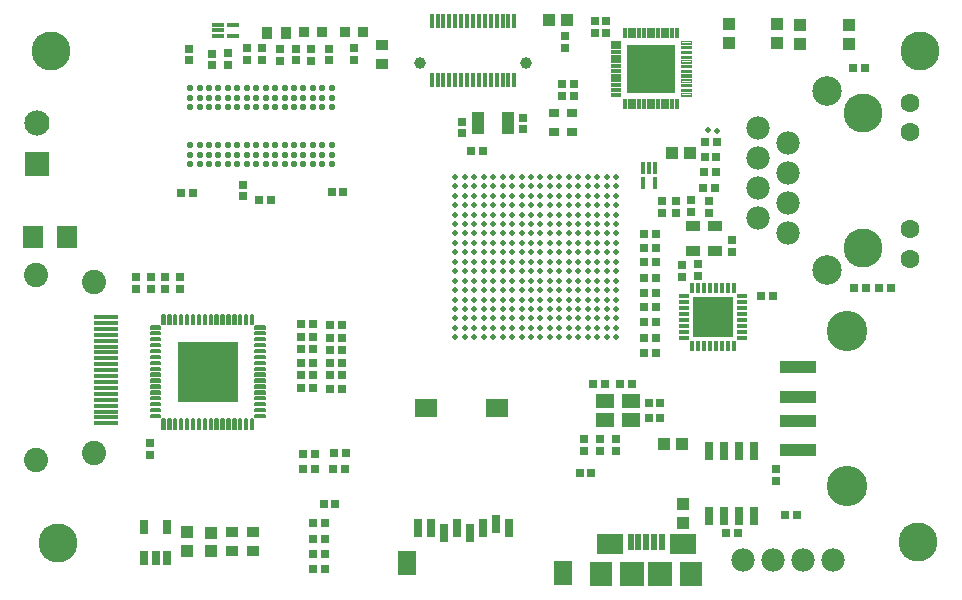
<source format=gbr>
G04 EAGLE Gerber RS-274X export*
G75*
%MOMM*%
%FSLAX34Y34*%
%LPD*%
%INSoldermask Top*%
%IPPOS*%
%AMOC8*
5,1,8,0,0,1.08239X$1,22.5*%
G01*
G04 Define Apertures*
%ADD10R,0.951600X0.301600*%
%ADD11R,0.301600X0.951600*%
%ADD12C,0.102544*%
%ADD13R,4.151600X4.151600*%
%ADD14C,0.501600*%
%ADD15C,0.166334*%
%ADD16R,5.201600X5.201600*%
%ADD17C,3.429000*%
%ADD18R,3.101600X1.001600*%
%ADD19R,0.355600X0.914400*%
%ADD20R,0.914400X0.355600*%
%ADD21R,3.505200X3.505200*%
%ADD22R,0.730700X0.661600*%
%ADD23R,0.661600X0.730700*%
%ADD24C,0.558800*%
%ADD25R,1.501600X2.001600*%
%ADD26R,1.901600X1.501600*%
%ADD27R,0.801600X1.601600*%
%ADD28C,1.981200*%
%ADD29R,1.001600X1.101600*%
%ADD30C,2.501600*%
%ADD31C,1.601600*%
%ADD32C,3.301600*%
%ADD33R,0.351600X1.251600*%
%ADD34C,1.001600*%
%ADD35R,0.636700X0.745600*%
%ADD36R,1.501600X1.301600*%
%ADD37R,1.001600X1.071800*%
%ADD38R,1.034200X1.071800*%
%ADD39R,1.701600X1.904600*%
%ADD40R,0.745600X0.636700*%
%ADD41R,0.660400X1.562100*%
%ADD42R,2.133600X2.133600*%
%ADD43C,2.133600*%
%ADD44R,2.001600X0.401600*%
%ADD45C,2.051600*%
%ADD46R,1.022500X1.071800*%
%ADD47R,0.901600X0.901600*%
%ADD48R,1.075500X0.900300*%
%ADD49R,0.939800X0.762000*%
%ADD50R,0.651600X1.301600*%
%ADD51R,1.071800X1.022500*%
%ADD52R,1.306400X0.850800*%
%ADD53R,0.900300X1.075500*%
%ADD54R,1.016000X0.406400*%
%ADD55R,0.406400X1.016000*%
%ADD56R,1.901600X2.001600*%
%ADD57R,2.001600X2.001600*%
%ADD58R,2.201600X1.701600*%
%ADD59R,0.501600X1.451600*%
%ADD60R,1.101600X1.901600*%
%ADD61C,0.508000*%
D10*
X516096Y464214D03*
X516096Y460214D03*
X516096Y456214D03*
X516096Y452214D03*
X516096Y448214D03*
X516096Y444214D03*
X516096Y440214D03*
X516096Y436214D03*
X516096Y432214D03*
X516096Y428214D03*
X516096Y424214D03*
X516096Y420214D03*
D11*
X523846Y412464D03*
X527846Y412464D03*
X531846Y412464D03*
X535846Y412464D03*
X539846Y412464D03*
X543846Y412464D03*
X547846Y412464D03*
X551846Y412464D03*
X555846Y412464D03*
X559846Y412464D03*
X563846Y412464D03*
X567846Y412464D03*
D12*
X571350Y419218D02*
X571350Y421210D01*
X579842Y421210D01*
X579842Y419218D01*
X571350Y419218D01*
X571350Y420192D02*
X579842Y420192D01*
X579842Y421166D02*
X571350Y421166D01*
X571350Y423218D02*
X571350Y425210D01*
X579842Y425210D01*
X579842Y423218D01*
X571350Y423218D01*
X571350Y424192D02*
X579842Y424192D01*
X579842Y425166D02*
X571350Y425166D01*
X571350Y427218D02*
X571350Y429210D01*
X579842Y429210D01*
X579842Y427218D01*
X571350Y427218D01*
X571350Y428192D02*
X579842Y428192D01*
X579842Y429166D02*
X571350Y429166D01*
X571350Y431218D02*
X571350Y433210D01*
X579842Y433210D01*
X579842Y431218D01*
X571350Y431218D01*
X571350Y432192D02*
X579842Y432192D01*
X579842Y433166D02*
X571350Y433166D01*
X571350Y435218D02*
X571350Y437210D01*
X579842Y437210D01*
X579842Y435218D01*
X571350Y435218D01*
X571350Y436192D02*
X579842Y436192D01*
X579842Y437166D02*
X571350Y437166D01*
X571350Y439218D02*
X571350Y441210D01*
X579842Y441210D01*
X579842Y439218D01*
X571350Y439218D01*
X571350Y440192D02*
X579842Y440192D01*
X579842Y441166D02*
X571350Y441166D01*
X571350Y443218D02*
X571350Y445210D01*
X579842Y445210D01*
X579842Y443218D01*
X571350Y443218D01*
X571350Y444192D02*
X579842Y444192D01*
X579842Y445166D02*
X571350Y445166D01*
X571350Y447218D02*
X571350Y449210D01*
X579842Y449210D01*
X579842Y447218D01*
X571350Y447218D01*
X571350Y448192D02*
X579842Y448192D01*
X579842Y449166D02*
X571350Y449166D01*
X571350Y451218D02*
X571350Y453210D01*
X579842Y453210D01*
X579842Y451218D01*
X571350Y451218D01*
X571350Y452192D02*
X579842Y452192D01*
X579842Y453166D02*
X571350Y453166D01*
X571350Y455218D02*
X571350Y457210D01*
X579842Y457210D01*
X579842Y455218D01*
X571350Y455218D01*
X571350Y456192D02*
X579842Y456192D01*
X579842Y457166D02*
X571350Y457166D01*
X571350Y459218D02*
X571350Y461210D01*
X579842Y461210D01*
X579842Y459218D01*
X571350Y459218D01*
X571350Y460192D02*
X579842Y460192D01*
X579842Y461166D02*
X571350Y461166D01*
X571350Y463218D02*
X571350Y465210D01*
X579842Y465210D01*
X579842Y463218D01*
X571350Y463218D01*
X571350Y464192D02*
X579842Y464192D01*
X579842Y465166D02*
X571350Y465166D01*
D11*
X567846Y471964D03*
X563846Y471964D03*
X559846Y471964D03*
X555846Y471964D03*
X551846Y471964D03*
X547846Y471964D03*
X543846Y471964D03*
X539846Y471964D03*
X535846Y471964D03*
X531846Y471964D03*
X527846Y471964D03*
X523846Y471964D03*
D13*
X545846Y442214D03*
D14*
X380238Y238630D03*
X388238Y238630D03*
X396238Y238630D03*
X404238Y238630D03*
X412238Y238630D03*
X420238Y238630D03*
X428238Y238630D03*
X436238Y238630D03*
X444238Y238630D03*
X452238Y238630D03*
X460238Y238630D03*
X468238Y238630D03*
X476238Y238630D03*
X484238Y238630D03*
X492238Y238630D03*
X500238Y238630D03*
X508238Y238630D03*
X516238Y238630D03*
X380238Y246630D03*
X388238Y246630D03*
X396238Y246630D03*
X404238Y246630D03*
X412238Y246630D03*
X420238Y246630D03*
X428238Y246630D03*
X436238Y246630D03*
X444238Y246630D03*
X452238Y246630D03*
X460238Y246630D03*
X468238Y246630D03*
X476238Y246630D03*
X484238Y246630D03*
X492238Y246630D03*
X500238Y246630D03*
X508238Y246630D03*
X516238Y246630D03*
X380238Y254630D03*
X388238Y254630D03*
X396238Y254630D03*
X404238Y254630D03*
X412238Y254630D03*
X420238Y254630D03*
X428238Y254630D03*
X436238Y254630D03*
X444238Y254630D03*
X452238Y254630D03*
X460238Y254630D03*
X468238Y254630D03*
X476238Y254630D03*
X484238Y254630D03*
X492238Y254630D03*
X500238Y254630D03*
X508238Y254630D03*
X516238Y254630D03*
X380238Y262630D03*
X388238Y262630D03*
X396238Y262630D03*
X404238Y262630D03*
X412238Y262630D03*
X420238Y262630D03*
X428238Y262630D03*
X436238Y262630D03*
X444238Y262630D03*
X452238Y262630D03*
X460238Y262630D03*
X468238Y262630D03*
X476238Y262630D03*
X484238Y262630D03*
X492238Y262630D03*
X500238Y262630D03*
X508238Y262630D03*
X516238Y262630D03*
X516238Y270630D03*
X508238Y270630D03*
X500238Y270630D03*
X492238Y270630D03*
X484238Y270630D03*
X476238Y270630D03*
X468238Y270630D03*
X460238Y270630D03*
X452238Y270630D03*
X444238Y270630D03*
X436238Y270630D03*
X428238Y270630D03*
X420238Y270630D03*
X412238Y270630D03*
X404238Y270630D03*
X396238Y270630D03*
X388238Y270630D03*
X380238Y270630D03*
X380238Y278630D03*
X388238Y278630D03*
X396238Y278630D03*
X404238Y278630D03*
X412238Y278630D03*
X420238Y278630D03*
X428238Y278630D03*
X436238Y278630D03*
X444238Y278630D03*
X452238Y278630D03*
X460238Y278630D03*
X468238Y278630D03*
X476238Y278630D03*
X484238Y278630D03*
X492238Y278630D03*
X500238Y278630D03*
X508238Y278630D03*
X516238Y278630D03*
X380238Y286630D03*
X388238Y286630D03*
X396238Y286630D03*
X404238Y286630D03*
X412238Y286630D03*
X420238Y286630D03*
X428238Y286630D03*
X436238Y286630D03*
X444238Y286630D03*
X452238Y286630D03*
X460238Y286630D03*
X468238Y286630D03*
X476238Y286630D03*
X484238Y286630D03*
X492238Y286630D03*
X500238Y286630D03*
X508238Y286630D03*
X516238Y286630D03*
X380238Y294630D03*
X388238Y294630D03*
X396238Y294630D03*
X404238Y294630D03*
X412238Y294630D03*
X420238Y294630D03*
X428238Y294630D03*
X436238Y294630D03*
X444238Y294630D03*
X452238Y294630D03*
X460238Y294630D03*
X468238Y294630D03*
X476238Y294630D03*
X484238Y294630D03*
X492238Y294630D03*
X500238Y294630D03*
X508238Y294630D03*
X516238Y294630D03*
X380238Y302630D03*
X388238Y302630D03*
X396238Y302630D03*
X404238Y302630D03*
X412238Y302630D03*
X420238Y302630D03*
X428238Y302630D03*
X436238Y302630D03*
X444238Y302630D03*
X452238Y302630D03*
X460238Y302630D03*
X468238Y302630D03*
X476238Y302630D03*
X484238Y302630D03*
X492238Y302630D03*
X500238Y302630D03*
X508238Y302630D03*
X516238Y302630D03*
X380238Y310630D03*
X388238Y310630D03*
X396238Y310630D03*
X404238Y310630D03*
X412238Y310630D03*
X420238Y310630D03*
X428238Y310630D03*
X436238Y310630D03*
X444238Y310630D03*
X452238Y310630D03*
X460238Y310630D03*
X468238Y310630D03*
X476238Y310630D03*
X484238Y310630D03*
X492238Y310630D03*
X500238Y310630D03*
X508238Y310630D03*
X516238Y310630D03*
X380238Y318630D03*
X388238Y318630D03*
X396238Y318630D03*
X404238Y318630D03*
X412238Y318630D03*
X420238Y318630D03*
X428238Y318630D03*
X436238Y318630D03*
X444238Y318630D03*
X452238Y318630D03*
X460238Y318630D03*
X468238Y318630D03*
X476238Y318630D03*
X484238Y318630D03*
X492238Y318630D03*
X500238Y318630D03*
X508238Y318630D03*
X516238Y318630D03*
X380238Y326630D03*
X388238Y326630D03*
X396238Y326630D03*
X404238Y326630D03*
X412238Y326630D03*
X420238Y326630D03*
X428238Y326630D03*
X436238Y326630D03*
X444238Y326630D03*
X452238Y326630D03*
X460238Y326630D03*
X468238Y326630D03*
X476238Y326630D03*
X484238Y326630D03*
X492238Y326630D03*
X500238Y326630D03*
X508238Y326630D03*
X516238Y326630D03*
X380238Y334630D03*
X388238Y334630D03*
X396238Y334630D03*
X404238Y334630D03*
X412238Y334630D03*
X420238Y334630D03*
X428238Y334630D03*
X436238Y334630D03*
X444238Y334630D03*
X452238Y334630D03*
X460238Y334630D03*
X468238Y334630D03*
X476238Y334630D03*
X484238Y334630D03*
X492238Y334630D03*
X500238Y334630D03*
X508238Y334630D03*
X516238Y334630D03*
X380238Y342630D03*
X388238Y342630D03*
X396238Y342630D03*
X404238Y342630D03*
X412238Y342630D03*
X420238Y342630D03*
X428238Y342630D03*
X436238Y342630D03*
X444238Y342630D03*
X452238Y342630D03*
X460238Y342630D03*
X468238Y342630D03*
X476238Y342630D03*
X484238Y342630D03*
X492238Y342630D03*
X500238Y342630D03*
X508238Y342630D03*
X516238Y342630D03*
X380238Y350630D03*
X388238Y350630D03*
X396238Y350630D03*
X404238Y350630D03*
X412238Y350630D03*
X420238Y350630D03*
X428238Y350630D03*
X436238Y350630D03*
X444238Y350630D03*
X452238Y350630D03*
X460238Y350630D03*
X468238Y350630D03*
X476238Y350630D03*
X484238Y350630D03*
X492238Y350630D03*
X500238Y350630D03*
X508238Y350630D03*
X516238Y350630D03*
X380238Y222630D03*
X388238Y222630D03*
X396238Y222630D03*
X404238Y222630D03*
X412238Y222630D03*
X420238Y222630D03*
X428238Y222630D03*
X436238Y222630D03*
X444238Y222630D03*
X452238Y222630D03*
X460238Y222630D03*
X468238Y222630D03*
X476238Y222630D03*
X484238Y222630D03*
X492238Y222630D03*
X500238Y222630D03*
X508238Y222630D03*
X516238Y222630D03*
X380238Y230630D03*
X388238Y230630D03*
X396238Y230630D03*
X404238Y230630D03*
X412238Y230630D03*
X420238Y230630D03*
X428238Y230630D03*
X436238Y230630D03*
X444238Y230630D03*
X452238Y230630D03*
X460238Y230630D03*
X468238Y230630D03*
X476238Y230630D03*
X484238Y230630D03*
X492238Y230630D03*
X500238Y230630D03*
X508238Y230630D03*
X516238Y230630D03*
X380238Y214630D03*
X388238Y214630D03*
X396238Y214630D03*
X404238Y214630D03*
X412238Y214630D03*
X420238Y214630D03*
X428238Y214630D03*
X436238Y214630D03*
X444238Y214630D03*
X452238Y214630D03*
X460238Y214630D03*
X468238Y214630D03*
X476238Y214630D03*
X484238Y214630D03*
X492238Y214630D03*
X500238Y214630D03*
X508238Y214630D03*
X516238Y214630D03*
D15*
X207155Y225929D02*
X207155Y233883D01*
X209109Y233883D01*
X209109Y225929D01*
X207155Y225929D01*
X207155Y227509D02*
X209109Y227509D01*
X209109Y229089D02*
X207155Y229089D01*
X207155Y230669D02*
X209109Y230669D01*
X209109Y232249D02*
X207155Y232249D01*
X207155Y233829D02*
X209109Y233829D01*
X202155Y233883D02*
X202155Y225929D01*
X202155Y233883D02*
X204109Y233883D01*
X204109Y225929D01*
X202155Y225929D01*
X202155Y227509D02*
X204109Y227509D01*
X204109Y229089D02*
X202155Y229089D01*
X202155Y230669D02*
X204109Y230669D01*
X204109Y232249D02*
X202155Y232249D01*
X202155Y233829D02*
X204109Y233829D01*
X197155Y233883D02*
X197155Y225929D01*
X197155Y233883D02*
X199109Y233883D01*
X199109Y225929D01*
X197155Y225929D01*
X197155Y227509D02*
X199109Y227509D01*
X199109Y229089D02*
X197155Y229089D01*
X197155Y230669D02*
X199109Y230669D01*
X199109Y232249D02*
X197155Y232249D01*
X197155Y233829D02*
X199109Y233829D01*
X192155Y233883D02*
X192155Y225929D01*
X192155Y233883D02*
X194109Y233883D01*
X194109Y225929D01*
X192155Y225929D01*
X192155Y227509D02*
X194109Y227509D01*
X194109Y229089D02*
X192155Y229089D01*
X192155Y230669D02*
X194109Y230669D01*
X194109Y232249D02*
X192155Y232249D01*
X192155Y233829D02*
X194109Y233829D01*
X187155Y233883D02*
X187155Y225929D01*
X187155Y233883D02*
X189109Y233883D01*
X189109Y225929D01*
X187155Y225929D01*
X187155Y227509D02*
X189109Y227509D01*
X189109Y229089D02*
X187155Y229089D01*
X187155Y230669D02*
X189109Y230669D01*
X189109Y232249D02*
X187155Y232249D01*
X187155Y233829D02*
X189109Y233829D01*
X182155Y233883D02*
X182155Y225929D01*
X182155Y233883D02*
X184109Y233883D01*
X184109Y225929D01*
X182155Y225929D01*
X182155Y227509D02*
X184109Y227509D01*
X184109Y229089D02*
X182155Y229089D01*
X182155Y230669D02*
X184109Y230669D01*
X184109Y232249D02*
X182155Y232249D01*
X182155Y233829D02*
X184109Y233829D01*
X177155Y233883D02*
X177155Y225929D01*
X177155Y233883D02*
X179109Y233883D01*
X179109Y225929D01*
X177155Y225929D01*
X177155Y227509D02*
X179109Y227509D01*
X179109Y229089D02*
X177155Y229089D01*
X177155Y230669D02*
X179109Y230669D01*
X179109Y232249D02*
X177155Y232249D01*
X177155Y233829D02*
X179109Y233829D01*
X172155Y233883D02*
X172155Y225929D01*
X172155Y233883D02*
X174109Y233883D01*
X174109Y225929D01*
X172155Y225929D01*
X172155Y227509D02*
X174109Y227509D01*
X174109Y229089D02*
X172155Y229089D01*
X172155Y230669D02*
X174109Y230669D01*
X174109Y232249D02*
X172155Y232249D01*
X172155Y233829D02*
X174109Y233829D01*
X167155Y233883D02*
X167155Y225929D01*
X167155Y233883D02*
X169109Y233883D01*
X169109Y225929D01*
X167155Y225929D01*
X167155Y227509D02*
X169109Y227509D01*
X169109Y229089D02*
X167155Y229089D01*
X167155Y230669D02*
X169109Y230669D01*
X169109Y232249D02*
X167155Y232249D01*
X167155Y233829D02*
X169109Y233829D01*
X162155Y233883D02*
X162155Y225929D01*
X162155Y233883D02*
X164109Y233883D01*
X164109Y225929D01*
X162155Y225929D01*
X162155Y227509D02*
X164109Y227509D01*
X164109Y229089D02*
X162155Y229089D01*
X162155Y230669D02*
X164109Y230669D01*
X164109Y232249D02*
X162155Y232249D01*
X162155Y233829D02*
X164109Y233829D01*
X157155Y233883D02*
X157155Y225929D01*
X157155Y233883D02*
X159109Y233883D01*
X159109Y225929D01*
X157155Y225929D01*
X157155Y227509D02*
X159109Y227509D01*
X159109Y229089D02*
X157155Y229089D01*
X157155Y230669D02*
X159109Y230669D01*
X159109Y232249D02*
X157155Y232249D01*
X157155Y233829D02*
X159109Y233829D01*
X152155Y233883D02*
X152155Y225929D01*
X152155Y233883D02*
X154109Y233883D01*
X154109Y225929D01*
X152155Y225929D01*
X152155Y227509D02*
X154109Y227509D01*
X154109Y229089D02*
X152155Y229089D01*
X152155Y230669D02*
X154109Y230669D01*
X154109Y232249D02*
X152155Y232249D01*
X152155Y233829D02*
X154109Y233829D01*
X147155Y233883D02*
X147155Y225929D01*
X147155Y233883D02*
X149109Y233883D01*
X149109Y225929D01*
X147155Y225929D01*
X147155Y227509D02*
X149109Y227509D01*
X149109Y229089D02*
X147155Y229089D01*
X147155Y230669D02*
X149109Y230669D01*
X149109Y232249D02*
X147155Y232249D01*
X147155Y233829D02*
X149109Y233829D01*
X142155Y233883D02*
X142155Y225929D01*
X142155Y233883D02*
X144109Y233883D01*
X144109Y225929D01*
X142155Y225929D01*
X142155Y227509D02*
X144109Y227509D01*
X144109Y229089D02*
X142155Y229089D01*
X142155Y230669D02*
X144109Y230669D01*
X144109Y232249D02*
X142155Y232249D01*
X142155Y233829D02*
X144109Y233829D01*
X137155Y233883D02*
X137155Y225929D01*
X137155Y233883D02*
X139109Y233883D01*
X139109Y225929D01*
X137155Y225929D01*
X137155Y227509D02*
X139109Y227509D01*
X139109Y229089D02*
X137155Y229089D01*
X137155Y230669D02*
X139109Y230669D01*
X139109Y232249D02*
X137155Y232249D01*
X137155Y233829D02*
X139109Y233829D01*
X132155Y233883D02*
X132155Y225929D01*
X132155Y233883D02*
X134109Y233883D01*
X134109Y225929D01*
X132155Y225929D01*
X132155Y227509D02*
X134109Y227509D01*
X134109Y229089D02*
X132155Y229089D01*
X132155Y230669D02*
X134109Y230669D01*
X134109Y232249D02*
X132155Y232249D01*
X132155Y233829D02*
X134109Y233829D01*
X132155Y145183D02*
X132155Y137229D01*
X132155Y145183D02*
X134109Y145183D01*
X134109Y137229D01*
X132155Y137229D01*
X132155Y138809D02*
X134109Y138809D01*
X134109Y140389D02*
X132155Y140389D01*
X132155Y141969D02*
X134109Y141969D01*
X134109Y143549D02*
X132155Y143549D01*
X132155Y145129D02*
X134109Y145129D01*
X137155Y145183D02*
X137155Y137229D01*
X137155Y145183D02*
X139109Y145183D01*
X139109Y137229D01*
X137155Y137229D01*
X137155Y138809D02*
X139109Y138809D01*
X139109Y140389D02*
X137155Y140389D01*
X137155Y141969D02*
X139109Y141969D01*
X139109Y143549D02*
X137155Y143549D01*
X137155Y145129D02*
X139109Y145129D01*
X142155Y145183D02*
X142155Y137229D01*
X142155Y145183D02*
X144109Y145183D01*
X144109Y137229D01*
X142155Y137229D01*
X142155Y138809D02*
X144109Y138809D01*
X144109Y140389D02*
X142155Y140389D01*
X142155Y141969D02*
X144109Y141969D01*
X144109Y143549D02*
X142155Y143549D01*
X142155Y145129D02*
X144109Y145129D01*
X147155Y145183D02*
X147155Y137229D01*
X147155Y145183D02*
X149109Y145183D01*
X149109Y137229D01*
X147155Y137229D01*
X147155Y138809D02*
X149109Y138809D01*
X149109Y140389D02*
X147155Y140389D01*
X147155Y141969D02*
X149109Y141969D01*
X149109Y143549D02*
X147155Y143549D01*
X147155Y145129D02*
X149109Y145129D01*
X152155Y145183D02*
X152155Y137229D01*
X152155Y145183D02*
X154109Y145183D01*
X154109Y137229D01*
X152155Y137229D01*
X152155Y138809D02*
X154109Y138809D01*
X154109Y140389D02*
X152155Y140389D01*
X152155Y141969D02*
X154109Y141969D01*
X154109Y143549D02*
X152155Y143549D01*
X152155Y145129D02*
X154109Y145129D01*
X157155Y145183D02*
X157155Y137229D01*
X157155Y145183D02*
X159109Y145183D01*
X159109Y137229D01*
X157155Y137229D01*
X157155Y138809D02*
X159109Y138809D01*
X159109Y140389D02*
X157155Y140389D01*
X157155Y141969D02*
X159109Y141969D01*
X159109Y143549D02*
X157155Y143549D01*
X157155Y145129D02*
X159109Y145129D01*
X162155Y145183D02*
X162155Y137229D01*
X162155Y145183D02*
X164109Y145183D01*
X164109Y137229D01*
X162155Y137229D01*
X162155Y138809D02*
X164109Y138809D01*
X164109Y140389D02*
X162155Y140389D01*
X162155Y141969D02*
X164109Y141969D01*
X164109Y143549D02*
X162155Y143549D01*
X162155Y145129D02*
X164109Y145129D01*
X167155Y145183D02*
X167155Y137229D01*
X167155Y145183D02*
X169109Y145183D01*
X169109Y137229D01*
X167155Y137229D01*
X167155Y138809D02*
X169109Y138809D01*
X169109Y140389D02*
X167155Y140389D01*
X167155Y141969D02*
X169109Y141969D01*
X169109Y143549D02*
X167155Y143549D01*
X167155Y145129D02*
X169109Y145129D01*
X172155Y145183D02*
X172155Y137229D01*
X172155Y145183D02*
X174109Y145183D01*
X174109Y137229D01*
X172155Y137229D01*
X172155Y138809D02*
X174109Y138809D01*
X174109Y140389D02*
X172155Y140389D01*
X172155Y141969D02*
X174109Y141969D01*
X174109Y143549D02*
X172155Y143549D01*
X172155Y145129D02*
X174109Y145129D01*
X177155Y145183D02*
X177155Y137229D01*
X177155Y145183D02*
X179109Y145183D01*
X179109Y137229D01*
X177155Y137229D01*
X177155Y138809D02*
X179109Y138809D01*
X179109Y140389D02*
X177155Y140389D01*
X177155Y141969D02*
X179109Y141969D01*
X179109Y143549D02*
X177155Y143549D01*
X177155Y145129D02*
X179109Y145129D01*
X182155Y145183D02*
X182155Y137229D01*
X182155Y145183D02*
X184109Y145183D01*
X184109Y137229D01*
X182155Y137229D01*
X182155Y138809D02*
X184109Y138809D01*
X184109Y140389D02*
X182155Y140389D01*
X182155Y141969D02*
X184109Y141969D01*
X184109Y143549D02*
X182155Y143549D01*
X182155Y145129D02*
X184109Y145129D01*
X187155Y145183D02*
X187155Y137229D01*
X187155Y145183D02*
X189109Y145183D01*
X189109Y137229D01*
X187155Y137229D01*
X187155Y138809D02*
X189109Y138809D01*
X189109Y140389D02*
X187155Y140389D01*
X187155Y141969D02*
X189109Y141969D01*
X189109Y143549D02*
X187155Y143549D01*
X187155Y145129D02*
X189109Y145129D01*
X192155Y145183D02*
X192155Y137229D01*
X192155Y145183D02*
X194109Y145183D01*
X194109Y137229D01*
X192155Y137229D01*
X192155Y138809D02*
X194109Y138809D01*
X194109Y140389D02*
X192155Y140389D01*
X192155Y141969D02*
X194109Y141969D01*
X194109Y143549D02*
X192155Y143549D01*
X192155Y145129D02*
X194109Y145129D01*
X197155Y145183D02*
X197155Y137229D01*
X197155Y145183D02*
X199109Y145183D01*
X199109Y137229D01*
X197155Y137229D01*
X197155Y138809D02*
X199109Y138809D01*
X199109Y140389D02*
X197155Y140389D01*
X197155Y141969D02*
X199109Y141969D01*
X199109Y143549D02*
X197155Y143549D01*
X197155Y145129D02*
X199109Y145129D01*
X202155Y145183D02*
X202155Y137229D01*
X202155Y145183D02*
X204109Y145183D01*
X204109Y137229D01*
X202155Y137229D01*
X202155Y138809D02*
X204109Y138809D01*
X204109Y140389D02*
X202155Y140389D01*
X202155Y141969D02*
X204109Y141969D01*
X204109Y143549D02*
X202155Y143549D01*
X202155Y145129D02*
X204109Y145129D01*
X207155Y145183D02*
X207155Y137229D01*
X207155Y145183D02*
X209109Y145183D01*
X209109Y137229D01*
X207155Y137229D01*
X207155Y138809D02*
X209109Y138809D01*
X209109Y140389D02*
X207155Y140389D01*
X207155Y141969D02*
X209109Y141969D01*
X209109Y143549D02*
X207155Y143549D01*
X207155Y145129D02*
X209109Y145129D01*
X211005Y149033D02*
X218959Y149033D01*
X218959Y147079D01*
X211005Y147079D01*
X211005Y149033D01*
X211005Y148659D02*
X218959Y148659D01*
X218959Y154033D02*
X211005Y154033D01*
X218959Y154033D02*
X218959Y152079D01*
X211005Y152079D01*
X211005Y154033D01*
X211005Y153659D02*
X218959Y153659D01*
X218959Y159033D02*
X211005Y159033D01*
X218959Y159033D02*
X218959Y157079D01*
X211005Y157079D01*
X211005Y159033D01*
X211005Y158659D02*
X218959Y158659D01*
X218959Y164033D02*
X211005Y164033D01*
X218959Y164033D02*
X218959Y162079D01*
X211005Y162079D01*
X211005Y164033D01*
X211005Y163659D02*
X218959Y163659D01*
X218959Y169033D02*
X211005Y169033D01*
X218959Y169033D02*
X218959Y167079D01*
X211005Y167079D01*
X211005Y169033D01*
X211005Y168659D02*
X218959Y168659D01*
X218959Y174033D02*
X211005Y174033D01*
X218959Y174033D02*
X218959Y172079D01*
X211005Y172079D01*
X211005Y174033D01*
X211005Y173659D02*
X218959Y173659D01*
X218959Y179033D02*
X211005Y179033D01*
X218959Y179033D02*
X218959Y177079D01*
X211005Y177079D01*
X211005Y179033D01*
X211005Y178659D02*
X218959Y178659D01*
X218959Y184033D02*
X211005Y184033D01*
X218959Y184033D02*
X218959Y182079D01*
X211005Y182079D01*
X211005Y184033D01*
X211005Y183659D02*
X218959Y183659D01*
X218959Y189033D02*
X211005Y189033D01*
X218959Y189033D02*
X218959Y187079D01*
X211005Y187079D01*
X211005Y189033D01*
X211005Y188659D02*
X218959Y188659D01*
X218959Y194033D02*
X211005Y194033D01*
X218959Y194033D02*
X218959Y192079D01*
X211005Y192079D01*
X211005Y194033D01*
X211005Y193659D02*
X218959Y193659D01*
X218959Y199033D02*
X211005Y199033D01*
X218959Y199033D02*
X218959Y197079D01*
X211005Y197079D01*
X211005Y199033D01*
X211005Y198659D02*
X218959Y198659D01*
X218959Y204033D02*
X211005Y204033D01*
X218959Y204033D02*
X218959Y202079D01*
X211005Y202079D01*
X211005Y204033D01*
X211005Y203659D02*
X218959Y203659D01*
X218959Y209033D02*
X211005Y209033D01*
X218959Y209033D02*
X218959Y207079D01*
X211005Y207079D01*
X211005Y209033D01*
X211005Y208659D02*
X218959Y208659D01*
X218959Y214033D02*
X211005Y214033D01*
X218959Y214033D02*
X218959Y212079D01*
X211005Y212079D01*
X211005Y214033D01*
X211005Y213659D02*
X218959Y213659D01*
X218959Y219033D02*
X211005Y219033D01*
X218959Y219033D02*
X218959Y217079D01*
X211005Y217079D01*
X211005Y219033D01*
X211005Y218659D02*
X218959Y218659D01*
X218959Y224033D02*
X211005Y224033D01*
X218959Y224033D02*
X218959Y222079D01*
X211005Y222079D01*
X211005Y224033D01*
X211005Y223659D02*
X218959Y223659D01*
X130259Y224033D02*
X122305Y224033D01*
X130259Y224033D02*
X130259Y222079D01*
X122305Y222079D01*
X122305Y224033D01*
X122305Y223659D02*
X130259Y223659D01*
X130259Y219033D02*
X122305Y219033D01*
X130259Y219033D02*
X130259Y217079D01*
X122305Y217079D01*
X122305Y219033D01*
X122305Y218659D02*
X130259Y218659D01*
X130259Y214033D02*
X122305Y214033D01*
X130259Y214033D02*
X130259Y212079D01*
X122305Y212079D01*
X122305Y214033D01*
X122305Y213659D02*
X130259Y213659D01*
X130259Y209033D02*
X122305Y209033D01*
X130259Y209033D02*
X130259Y207079D01*
X122305Y207079D01*
X122305Y209033D01*
X122305Y208659D02*
X130259Y208659D01*
X130259Y204033D02*
X122305Y204033D01*
X130259Y204033D02*
X130259Y202079D01*
X122305Y202079D01*
X122305Y204033D01*
X122305Y203659D02*
X130259Y203659D01*
X130259Y199033D02*
X122305Y199033D01*
X130259Y199033D02*
X130259Y197079D01*
X122305Y197079D01*
X122305Y199033D01*
X122305Y198659D02*
X130259Y198659D01*
X130259Y194033D02*
X122305Y194033D01*
X130259Y194033D02*
X130259Y192079D01*
X122305Y192079D01*
X122305Y194033D01*
X122305Y193659D02*
X130259Y193659D01*
X130259Y189033D02*
X122305Y189033D01*
X130259Y189033D02*
X130259Y187079D01*
X122305Y187079D01*
X122305Y189033D01*
X122305Y188659D02*
X130259Y188659D01*
X130259Y184033D02*
X122305Y184033D01*
X130259Y184033D02*
X130259Y182079D01*
X122305Y182079D01*
X122305Y184033D01*
X122305Y183659D02*
X130259Y183659D01*
X130259Y179033D02*
X122305Y179033D01*
X130259Y179033D02*
X130259Y177079D01*
X122305Y177079D01*
X122305Y179033D01*
X122305Y178659D02*
X130259Y178659D01*
X130259Y174033D02*
X122305Y174033D01*
X130259Y174033D02*
X130259Y172079D01*
X122305Y172079D01*
X122305Y174033D01*
X122305Y173659D02*
X130259Y173659D01*
X130259Y169033D02*
X122305Y169033D01*
X130259Y169033D02*
X130259Y167079D01*
X122305Y167079D01*
X122305Y169033D01*
X122305Y168659D02*
X130259Y168659D01*
X130259Y164033D02*
X122305Y164033D01*
X130259Y164033D02*
X130259Y162079D01*
X122305Y162079D01*
X122305Y164033D01*
X122305Y163659D02*
X130259Y163659D01*
X130259Y159033D02*
X122305Y159033D01*
X130259Y159033D02*
X130259Y157079D01*
X122305Y157079D01*
X122305Y159033D01*
X122305Y158659D02*
X130259Y158659D01*
X130259Y154033D02*
X122305Y154033D01*
X130259Y154033D02*
X130259Y152079D01*
X122305Y152079D01*
X122305Y154033D01*
X122305Y153659D02*
X130259Y153659D01*
X130259Y149033D02*
X122305Y149033D01*
X130259Y149033D02*
X130259Y147079D01*
X122305Y147079D01*
X122305Y149033D01*
X122305Y148659D02*
X130259Y148659D01*
D16*
X170632Y185556D03*
D17*
X712179Y219837D03*
X712179Y88519D03*
D18*
X670059Y144178D03*
X670059Y119178D03*
X670059Y164178D03*
X670059Y189178D03*
D19*
X616255Y256702D03*
X611175Y256702D03*
X606095Y256702D03*
X601015Y256702D03*
X595935Y256702D03*
X590855Y256702D03*
X585775Y256702D03*
X580695Y256702D03*
D20*
X573964Y249971D03*
X573964Y244891D03*
X573964Y239811D03*
X573964Y234731D03*
X573964Y229651D03*
X573964Y224571D03*
X573964Y219491D03*
X573964Y214411D03*
D19*
X580695Y207680D03*
X585775Y207680D03*
X590855Y207680D03*
X595935Y207680D03*
X601015Y207680D03*
X606095Y207680D03*
X611175Y207680D03*
X616255Y207680D03*
D20*
X622986Y214411D03*
X622986Y219491D03*
X622986Y224571D03*
X622986Y229651D03*
X622986Y234731D03*
X622986Y239811D03*
X622986Y244891D03*
X622986Y249971D03*
D21*
X598475Y232191D03*
D22*
X174298Y445255D03*
X174298Y454947D03*
X245118Y449229D03*
X245118Y458921D03*
X154508Y449171D03*
X154508Y458863D03*
X273566Y449489D03*
X273566Y459181D03*
D23*
X285262Y337820D03*
X275570Y337820D03*
X223794Y331216D03*
X214102Y331216D03*
X158008Y337058D03*
X148316Y337058D03*
D24*
X155646Y361446D03*
X155646Y369446D03*
X155646Y377446D03*
X155646Y409446D03*
X155646Y417446D03*
X155646Y425446D03*
X163646Y361446D03*
X163646Y369446D03*
X163646Y377446D03*
X163646Y409446D03*
X163646Y417446D03*
X163646Y425446D03*
X171646Y361446D03*
X171646Y369446D03*
X171646Y377446D03*
X171646Y409446D03*
X171646Y417446D03*
X171646Y425446D03*
X179646Y361446D03*
X179646Y369446D03*
X179646Y377446D03*
X179646Y409446D03*
X179646Y417446D03*
X179646Y425446D03*
X187646Y361446D03*
X187646Y369446D03*
X187646Y377446D03*
X187646Y409446D03*
X187646Y417446D03*
X187646Y425446D03*
X195646Y361446D03*
X195646Y369446D03*
X195646Y377446D03*
X195646Y409446D03*
X195646Y417446D03*
X195646Y425446D03*
X203646Y361446D03*
X203646Y369446D03*
X203646Y377446D03*
X203646Y409446D03*
X203646Y417446D03*
X203646Y425446D03*
X211646Y361446D03*
X211646Y369446D03*
X211646Y377446D03*
X211646Y409446D03*
X211646Y417446D03*
X211646Y425446D03*
X219646Y361446D03*
X219646Y369446D03*
X219646Y377446D03*
X219646Y409446D03*
X219646Y417446D03*
X219646Y425446D03*
X227646Y361446D03*
X227646Y369446D03*
X227646Y377446D03*
X227646Y409446D03*
X227646Y417446D03*
X227646Y425446D03*
X235646Y361446D03*
X235646Y369446D03*
X235646Y377446D03*
X235646Y409446D03*
X235646Y417446D03*
X235646Y425446D03*
X243646Y361446D03*
X243646Y369446D03*
X243646Y377446D03*
X243646Y409446D03*
X243646Y417446D03*
X243646Y425446D03*
X251646Y361446D03*
X251646Y369446D03*
X251646Y377446D03*
X251646Y409446D03*
X251646Y417446D03*
X251646Y425446D03*
X259646Y361446D03*
X259646Y369446D03*
X259646Y377446D03*
X259646Y409446D03*
X259646Y417446D03*
X259646Y425446D03*
X267646Y361446D03*
X267646Y369446D03*
X267646Y377446D03*
X267646Y409446D03*
X267646Y417446D03*
X267646Y425446D03*
X275646Y361446D03*
X275646Y369446D03*
X275646Y377446D03*
X275646Y409446D03*
X275646Y417446D03*
X275646Y425446D03*
D25*
X339260Y23961D03*
X471260Y14961D03*
D26*
X355260Y154961D03*
X415260Y154961D03*
D27*
X348260Y52961D03*
X359260Y52961D03*
X370260Y48961D03*
X381260Y52961D03*
X392260Y48961D03*
X403260Y52961D03*
X414260Y56961D03*
X425260Y52961D03*
D28*
X624078Y26035D03*
X649478Y26035D03*
X674878Y26035D03*
X700278Y26035D03*
D29*
X652852Y479678D03*
X652852Y463678D03*
X611852Y463678D03*
X611852Y479678D03*
D28*
X636184Y391955D03*
X661584Y379255D03*
X636184Y366555D03*
X636184Y341155D03*
X636184Y315755D03*
X661584Y353855D03*
X661584Y328455D03*
X661584Y303055D03*
D30*
X695034Y271305D03*
X695034Y423305D03*
D31*
X765034Y281305D03*
X765034Y413305D03*
X765034Y388305D03*
X765034Y306305D03*
D32*
X725084Y290355D03*
X725084Y404655D03*
D33*
X430152Y432150D03*
X425152Y432150D03*
X420152Y432150D03*
X415152Y432150D03*
X410152Y432150D03*
X405152Y432150D03*
X400152Y432150D03*
X395152Y432150D03*
X390152Y432150D03*
X385152Y432150D03*
X380152Y432150D03*
X375152Y432150D03*
X370152Y432150D03*
X365152Y432150D03*
X360152Y432150D03*
X430152Y482150D03*
X425152Y482150D03*
X420152Y482150D03*
X415152Y482150D03*
X410152Y482150D03*
X405152Y482150D03*
X400152Y482150D03*
X395152Y482150D03*
X390152Y482150D03*
X385152Y482150D03*
X380152Y482150D03*
X375152Y482150D03*
X370152Y482150D03*
X365152Y482150D03*
X360152Y482150D03*
D34*
X440152Y447150D03*
X350152Y447150D03*
D35*
X470667Y429122D03*
X480817Y429122D03*
D23*
X508020Y482346D03*
X498328Y482346D03*
X507886Y472414D03*
X498194Y472414D03*
D36*
X506652Y160400D03*
X506652Y144400D03*
X528652Y144400D03*
X528652Y160400D03*
D35*
X529585Y175260D03*
X519435Y175260D03*
D23*
X543794Y159004D03*
X553486Y159004D03*
D35*
X496575Y175260D03*
X506725Y175260D03*
D23*
X544048Y146050D03*
X553740Y146050D03*
D35*
X251465Y103378D03*
X261615Y103378D03*
X251211Y116078D03*
X261361Y116078D03*
X249433Y171778D03*
X259583Y171778D03*
X249433Y183134D03*
X259583Y183134D03*
X249433Y193204D03*
X259583Y193204D03*
X249433Y204470D03*
X259583Y204470D03*
X249433Y214630D03*
X259583Y214630D03*
X249433Y225552D03*
X259583Y225552D03*
X273817Y225044D03*
X283967Y225044D03*
X273817Y214376D03*
X283967Y214376D03*
X273817Y203708D03*
X283967Y203708D03*
X273817Y193294D03*
X283967Y193294D03*
X273817Y182372D03*
X283967Y182372D03*
X273817Y171196D03*
X283967Y171196D03*
X277627Y116840D03*
X287777Y116840D03*
X276357Y103378D03*
X286507Y103378D03*
D37*
X579097Y370332D03*
D38*
X563558Y370332D03*
D35*
X600439Y340936D03*
X590289Y340936D03*
X601069Y354768D03*
X590919Y354768D03*
X601329Y367678D03*
X591179Y367678D03*
X601339Y380206D03*
X591189Y380206D03*
X738939Y256135D03*
X749089Y256135D03*
X649219Y249779D03*
X639069Y249779D03*
D39*
X22610Y299875D03*
X51050Y299875D03*
D40*
X134620Y255783D03*
X134620Y265933D03*
X122174Y255787D03*
X122174Y265937D03*
X109474Y255783D03*
X109474Y265933D03*
D32*
X771906Y41656D03*
X37592Y456946D03*
X773430Y456692D03*
X43434Y40640D03*
D40*
X231914Y448895D03*
X231914Y459045D03*
X216526Y449281D03*
X216526Y459431D03*
X187450Y455541D03*
X187450Y445391D03*
X257922Y448585D03*
X257922Y458735D03*
D35*
X717555Y256032D03*
X727705Y256032D03*
D29*
X672412Y463424D03*
X672412Y479424D03*
X713412Y479424D03*
X713412Y463424D03*
D35*
X717301Y442722D03*
X727451Y442722D03*
X393533Y372106D03*
X403683Y372106D03*
D41*
X594614Y63705D03*
X607314Y63705D03*
X620014Y63705D03*
X632714Y63705D03*
X632714Y118188D03*
X620014Y118188D03*
X607314Y118188D03*
X594614Y118188D03*
D40*
X651382Y103373D03*
X651382Y93223D03*
D35*
X659643Y64008D03*
X669793Y64008D03*
D40*
X121920Y125471D03*
X121920Y115321D03*
X147320Y255783D03*
X147320Y265933D03*
D42*
X25908Y361442D03*
D43*
X25908Y396442D03*
D35*
X539755Y227330D03*
X549905Y227330D03*
X539755Y240030D03*
X549905Y240030D03*
D44*
X84168Y141842D03*
X84168Y146842D03*
X84168Y151842D03*
X84168Y156842D03*
X84168Y161842D03*
X84168Y166842D03*
X84168Y171842D03*
X84168Y176842D03*
X84168Y181842D03*
X84168Y186842D03*
X84168Y191842D03*
X84168Y196842D03*
X84168Y201842D03*
X84168Y206842D03*
X84168Y211842D03*
X84168Y216842D03*
X84168Y221842D03*
X84168Y226842D03*
X84168Y231842D03*
D45*
X74168Y261842D03*
X74168Y116842D03*
X25168Y267842D03*
X25168Y110842D03*
D35*
X539755Y265176D03*
X549905Y265176D03*
X539755Y278130D03*
X549905Y278130D03*
X539755Y214122D03*
X549905Y214122D03*
X539755Y201168D03*
X549905Y201168D03*
X539755Y252222D03*
X549905Y252222D03*
D40*
X579882Y320553D03*
X579882Y330703D03*
X567436Y320299D03*
X567436Y330449D03*
X554990Y320299D03*
X554990Y330449D03*
X585470Y266451D03*
X585470Y276601D03*
X571754Y265689D03*
X571754Y275839D03*
D46*
X556896Y124460D03*
X572388Y124460D03*
D23*
X495320Y99568D03*
X485628Y99568D03*
X278404Y73914D03*
X268712Y73914D03*
D35*
X550159Y302260D03*
X540009Y302260D03*
X609605Y49022D03*
X619755Y49022D03*
D47*
X302152Y473180D03*
X287152Y473180D03*
D48*
X318008Y445746D03*
X318008Y462050D03*
D22*
X385572Y387584D03*
X385572Y397276D03*
X437134Y400324D03*
X437134Y390632D03*
D49*
X463423Y405003D03*
X463423Y388493D03*
X478917Y388493D03*
X478917Y405003D03*
D23*
X480334Y419100D03*
X470642Y419100D03*
D35*
X539755Y290322D03*
X549905Y290322D03*
D50*
X116992Y27893D03*
X126492Y27893D03*
X135992Y27893D03*
X135992Y53895D03*
X116992Y53895D03*
D48*
X191008Y49808D03*
X191008Y33504D03*
X208534Y49808D03*
X208534Y33504D03*
D51*
X173482Y33910D03*
X173482Y49402D03*
X153162Y34164D03*
X153162Y49656D03*
X573024Y73278D03*
X573024Y57786D03*
D46*
X474852Y483108D03*
X459360Y483108D03*
D52*
X581280Y308950D03*
X581280Y287950D03*
X600328Y287950D03*
X600328Y308950D03*
D22*
X594868Y320274D03*
X594868Y329966D03*
D40*
X614172Y296667D03*
X614172Y286517D03*
X294138Y449151D03*
X294138Y459301D03*
D22*
X200660Y333990D03*
X200660Y343682D03*
X203598Y459202D03*
X203598Y449510D03*
D47*
X252464Y472856D03*
X267464Y472856D03*
D53*
X220956Y472694D03*
X237260Y472694D03*
D35*
X259593Y44196D03*
X269743Y44196D03*
X259593Y57150D03*
X269743Y57150D03*
X260101Y31242D03*
X270251Y31242D03*
X260101Y18288D03*
X270251Y18288D03*
D40*
X489458Y118115D03*
X489458Y128265D03*
X502666Y118115D03*
X502666Y128265D03*
X516128Y118115D03*
X516128Y128265D03*
D54*
X178853Y479474D03*
X178853Y474474D03*
X178853Y469474D03*
X191807Y469474D03*
X191807Y479474D03*
D55*
X549322Y358013D03*
X544322Y358013D03*
X539322Y358013D03*
X539322Y345059D03*
X549322Y345059D03*
D40*
X473202Y469387D03*
X473202Y459237D03*
D56*
X503782Y14379D03*
D57*
X529782Y14379D03*
X553782Y14379D03*
D56*
X579782Y14379D03*
D58*
X572782Y39879D03*
X510782Y39879D03*
D59*
X541782Y41129D03*
X535282Y41129D03*
X554782Y41129D03*
X548282Y41129D03*
X528782Y41129D03*
D60*
X424417Y396240D03*
X399417Y396240D03*
D61*
X601519Y389431D03*
X593910Y390086D03*
M02*

</source>
